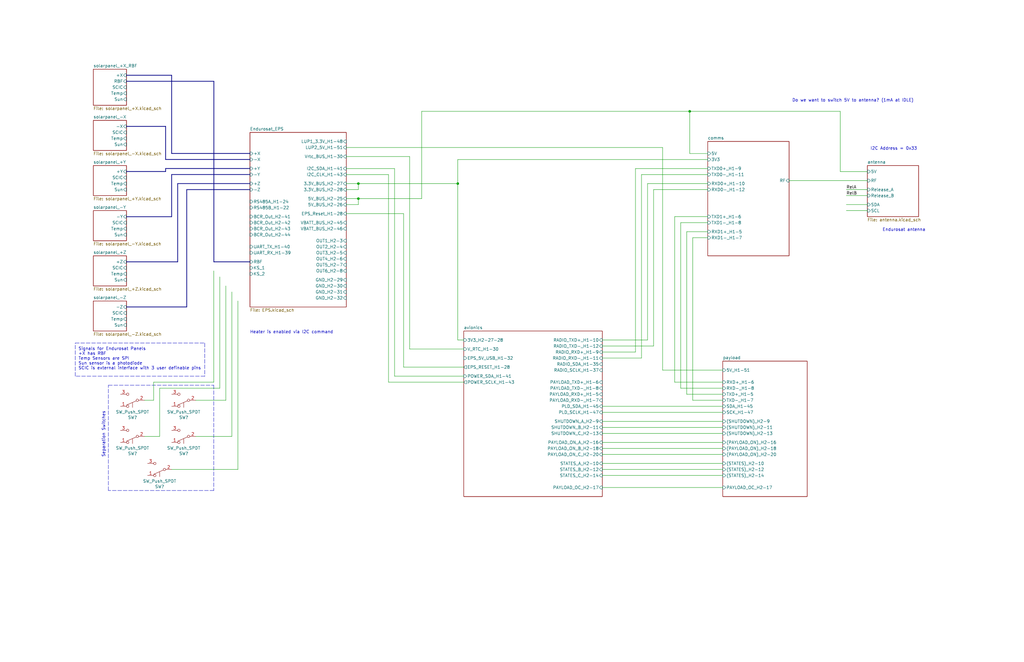
<source format=kicad_sch>
(kicad_sch (version 20211123) (generator eeschema)
  (paper "B")
  (lib_symbols
    (symbol "Switch:SW_Push_SPDT" (pin_names (offset 0) hide)
      (property "Reference" "SW" (at 0 4.318 0))
      (property "Value" "SW_Push_SPDT" (at 0 -5.08 0))
      (symbol "SW_Push_SPDT_0_0"
        (circle (center -2.032 0) (radius 0.508))
        (polyline (pts (xy 0 1.016) (xy 0 3.048)))
        (circle (center 2.032 -2.54) (radius 0.508))
      )
      (symbol "SW_Push_SPDT_0_1"
        (polyline (pts (xy -1.524 0.254) (xy 2.54 2.032)))
        (circle (center 2.032 2.54) (radius 0.508))
      )
      (symbol "SW_Push_SPDT_1_1"
        (pin passive line (at 5.08 2.54 180) (length 2.54) (name "A") (number "1"))
        (pin passive line (at -5.08 0 0) (length 2.54) (name "B") (number "2"))
        (pin passive line (at 5.08 -2.54 180) (length 2.54) (name "C") (number "3"))
      )
    )
  )
  (junction (at 151.13 77.47))
  (junction (at 193.04 77.47))
  (junction (at 151.13 83.82))
  (junction (at 290.83 46.99))
  (wire (pts (xy 97.79 184.15) (xy 97.79 123.19)))
  (wire (pts (xy 284.48 91.44) (xy 284.48 161.29)))
  (wire (pts (xy 270.51 151.13) (xy 254 151.13)))
  (polyline (pts (xy 45.72 162.56) (xy 90.17 162.56)))
  (wire (pts (xy 90.17 161.29) (xy 90.17 114.3)))
  (wire (pts (xy 254 180.34) (xy 304.8 180.34)))
  (wire (pts (xy 254 177.8) (xy 304.8 177.8)))
  (wire (pts (xy 254 205.74) (xy 304.8 205.74)))
  (bus (pts (xy 69.85 53.34) (xy 69.85 67.31)))
  (wire (pts (xy 292.1 100.33) (xy 292.1 168.91)))
  (wire (pts (xy 254 195.58) (xy 304.8 195.58)))
  (wire (pts (xy 67.31 163.83) (xy 92.71 163.83)))
  (wire (pts (xy 356.87 86.36) (xy 365.76 86.36)))
  (bus (pts (xy 74.93 110.49) (xy 74.93 77.47)))
  (wire (pts (xy 146.05 62.23) (xy 279.4 62.23)))
  (bus (pts (xy 78.74 80.01) (xy 105.41 80.01)))
  (wire (pts (xy 151.13 80.01) (xy 151.13 77.47)))
  (wire (pts (xy 356.87 82.55) (xy 365.76 82.55)))
  (bus (pts (xy 105.41 110.49) (xy 90.17 110.49)))
  (wire (pts (xy 195.58 147.32) (xy 172.72 147.32)))
  (polyline (pts (xy 86.36 158.75) (xy 31.75 158.75)))
  (wire (pts (xy 163.83 161.29) (xy 163.83 73.66)))
  (wire (pts (xy 292.1 168.91) (xy 304.8 168.91)))
  (wire (pts (xy 193.04 77.47) (xy 193.04 143.51)))
  (wire (pts (xy 298.45 93.98) (xy 287.02 93.98)))
  (wire (pts (xy 151.13 77.47) (xy 193.04 77.47)))
  (wire (pts (xy 279.4 62.23) (xy 279.4 156.21)))
  (wire (pts (xy 195.58 143.51) (xy 193.04 143.51)))
  (polyline (pts (xy 86.36 144.78) (xy 86.36 158.75)))
  (wire (pts (xy 195.58 154.94) (xy 170.18 154.94)))
  (wire (pts (xy 100.33 198.12) (xy 100.33 127)))
  (bus (pts (xy 72.39 31.75) (xy 72.39 64.77)))
  (wire (pts (xy 177.8 46.99) (xy 290.83 46.99)))
  (wire (pts (xy 60.96 184.15) (xy 67.31 184.15)))
  (wire (pts (xy 275.59 80.01) (xy 275.59 146.05)))
  (wire (pts (xy 298.45 97.79) (xy 289.56 97.79)))
  (wire (pts (xy 298.45 77.47) (xy 273.05 77.47)))
  (wire (pts (xy 254 186.69) (xy 304.8 186.69)))
  (wire (pts (xy 193.04 67.31) (xy 193.04 77.47)))
  (wire (pts (xy 254 173.99) (xy 304.8 173.99)))
  (wire (pts (xy 254 191.77) (xy 304.8 191.77)))
  (wire (pts (xy 172.72 66.04) (xy 172.72 147.32)))
  (wire (pts (xy 356.87 80.01) (xy 365.76 80.01)))
  (wire (pts (xy 273.05 77.47) (xy 273.05 143.51)))
  (polyline (pts (xy 31.75 158.75) (xy 31.75 144.78)))
  (wire (pts (xy 354.33 46.99) (xy 354.33 72.39)))
  (wire (pts (xy 279.4 156.21) (xy 304.8 156.21)))
  (wire (pts (xy 284.48 161.29) (xy 304.8 161.29)))
  (wire (pts (xy 298.45 91.44) (xy 284.48 91.44)))
  (bus (pts (xy 53.34 31.75) (xy 72.39 31.75)))
  (wire (pts (xy 254 198.12) (xy 304.8 198.12)))
  (wire (pts (xy 151.13 83.82) (xy 177.8 83.82)))
  (wire (pts (xy 195.58 161.29) (xy 163.83 161.29)))
  (wire (pts (xy 290.83 64.77) (xy 290.83 46.99)))
  (polyline (pts (xy 31.75 144.78) (xy 86.36 144.78)))
  (wire (pts (xy 92.71 163.83) (xy 92.71 116.84)))
  (wire (pts (xy 270.51 73.66) (xy 270.51 151.13)))
  (wire (pts (xy 166.37 71.12) (xy 146.05 71.12)))
  (wire (pts (xy 82.55 168.91) (xy 95.25 168.91)))
  (bus (pts (xy 53.34 110.49) (xy 74.93 110.49)))
  (bus (pts (xy 74.93 77.47) (xy 105.41 77.47)))
  (wire (pts (xy 146.05 90.17) (xy 170.18 90.17)))
  (wire (pts (xy 356.87 88.9) (xy 365.76 88.9)))
  (bus (pts (xy 69.85 67.31) (xy 105.41 67.31)))
  (polyline (pts (xy 45.72 207.01) (xy 45.72 162.56)))
  (bus (pts (xy 69.85 72.39) (xy 69.85 71.12)))
  (wire (pts (xy 166.37 158.75) (xy 166.37 71.12)))
  (wire (pts (xy 287.02 163.83) (xy 304.8 163.83)))
  (wire (pts (xy 298.45 64.77) (xy 290.83 64.77)))
  (wire (pts (xy 254 189.23) (xy 304.8 189.23)))
  (wire (pts (xy 60.96 168.91) (xy 64.77 168.91)))
  (wire (pts (xy 267.97 71.12) (xy 267.97 148.59)))
  (wire (pts (xy 146.05 77.47) (xy 151.13 77.47)))
  (wire (pts (xy 298.45 73.66) (xy 270.51 73.66)))
  (bus (pts (xy 78.74 129.54) (xy 78.74 80.01)))
  (wire (pts (xy 289.56 166.37) (xy 304.8 166.37)))
  (wire (pts (xy 289.56 97.79) (xy 289.56 166.37)))
  (wire (pts (xy 172.72 66.04) (xy 146.05 66.04)))
  (wire (pts (xy 146.05 86.36) (xy 151.13 86.36)))
  (bus (pts (xy 72.39 73.66) (xy 72.39 91.44)))
  (wire (pts (xy 298.45 67.31) (xy 193.04 67.31)))
  (bus (pts (xy 53.34 91.44) (xy 72.39 91.44)))
  (wire (pts (xy 298.45 100.33) (xy 292.1 100.33)))
  (wire (pts (xy 275.59 146.05) (xy 254 146.05)))
  (wire (pts (xy 82.55 184.15) (xy 97.79 184.15)))
  (wire (pts (xy 72.39 198.12) (xy 100.33 198.12)))
  (wire (pts (xy 146.05 83.82) (xy 151.13 83.82)))
  (wire (pts (xy 298.45 71.12) (xy 267.97 71.12)))
  (bus (pts (xy 72.39 64.77) (xy 105.41 64.77)))
  (wire (pts (xy 95.25 168.91) (xy 95.25 120.65)))
  (wire (pts (xy 354.33 72.39) (xy 365.76 72.39)))
  (wire (pts (xy 170.18 154.94) (xy 170.18 90.17)))
  (wire (pts (xy 254 182.88) (xy 304.8 182.88)))
  (bus (pts (xy 90.17 34.29) (xy 90.17 110.49)))
  (wire (pts (xy 298.45 80.01) (xy 275.59 80.01)))
  (bus (pts (xy 53.34 129.54) (xy 78.74 129.54)))
  (bus (pts (xy 105.41 73.66) (xy 72.39 73.66)))
  (wire (pts (xy 195.58 158.75) (xy 166.37 158.75)))
  (wire (pts (xy 146.05 80.01) (xy 151.13 80.01)))
  (polyline (pts (xy 90.17 207.01) (xy 45.72 207.01)))
  (bus (pts (xy 69.85 71.12) (xy 105.41 71.12)))
  (wire (pts (xy 267.97 148.59) (xy 254 148.59)))
  (bus (pts (xy 53.34 53.34) (xy 69.85 53.34)))
  (wire (pts (xy 67.31 184.15) (xy 67.31 163.83)))
  (wire (pts (xy 177.8 46.99) (xy 177.8 83.82)))
  (bus (pts (xy 53.34 72.39) (xy 69.85 72.39)))
  (polyline (pts (xy 90.17 162.56) (xy 90.17 207.01)))
  (wire (pts (xy 290.83 46.99) (xy 354.33 46.99)))
  (wire (pts (xy 151.13 86.36) (xy 151.13 83.82)))
  (wire (pts (xy 163.83 73.66) (xy 146.05 73.66)))
  (wire (pts (xy 273.05 143.51) (xy 254 143.51)))
  (wire (pts (xy 287.02 93.98) (xy 287.02 163.83)))
  (wire (pts (xy 332.74 76.2) (xy 365.76 76.2)))
  (wire (pts (xy 64.77 168.91) (xy 64.77 161.29)))
  (wire (pts (xy 254 171.45) (xy 304.8 171.45)))
  (wire (pts (xy 64.77 161.29) (xy 90.17 161.29)))
  (wire (pts (xy 254 200.66) (xy 304.8 200.66)))
  (bus (pts (xy 53.34 34.29) (xy 90.17 34.29)))
  (text "Heater is enabled via I2C command\n" (at 105.41 140.97 0) (effects (font (size 1.27 1.27)) (justify left bottom)))
  (text "Do we want to switch 5V to antenna? (1mA at IDLE)" (at 334.01 43.18 0) (effects (font (size 1.27 1.27)) (justify left bottom)))
  (text "Separation Switches" (at 44.45 193.04 90) (effects (font (size 1.27 1.27)) (justify left bottom)))
  (text "I2C Address = 0x33" (at 367.03 63.5 0) (effects (font (size 1.27 1.27)) (justify left bottom)))
  (text "Signals for Endurosat Panels\n+X has RBF\nTemp Sensors are SPI\nSun sensor is a photodiode\nSCIC is external interface with 3 user definable pins" (at 33.02 156.21 0) (effects (font (size 1.27 1.27)) (justify left bottom)))
  (text "Endurosat antenna" (at 372.11 97.79 0) (effects (font (size 1.27 1.27)) (justify left bottom)))
  (label "RelA" (at 356.87 80.01 0))
  (label "RelB" (at 356.87 82.55 0))
  (symbol (lib_id "Switch:SW_Push_SPDT") (at 55.88 168.91 180) (unit 1)
    (property "Reference" "SW?" (at 55.88 176.149 0))
    (property "Value" "SW_Push_SPDT" (at 55.88 173.8376 0))
  )
  (symbol (lib_id "Switch:SW_Push_SPDT") (at 77.47 168.91 180) (unit 1)
    (property "Reference" "SW?" (at 77.47 176.149 0))
    (property "Value" "SW_Push_SPDT" (at 77.47 173.8376 0))
  )
  (symbol (lib_id "Switch:SW_Push_SPDT") (at 55.88 184.15 180) (unit 1)
    (property "Reference" "SW?" (at 55.88 191.389 0))
    (property "Value" "SW_Push_SPDT" (at 55.88 189.0776 0))
  )
  (symbol (lib_id "Switch:SW_Push_SPDT") (at 77.47 184.15 180) (unit 1)
    (property "Reference" "SW?" (at 77.47 191.389 0))
    (property "Value" "SW_Push_SPDT" (at 77.47 189.0776 0))
  )
  (symbol (lib_id "Switch:SW_Push_SPDT") (at 67.31 198.12 180) (unit 1)
    (property "Reference" "SW?" (at 67.31 205.359 0))
    (property "Value" "SW_Push_SPDT" (at 67.31 203.0476 0))
  )
  (sheet (at 365.76 69.85) (size 21.59 21.59)
    (property "Sheet name" "antenna" (at 365.76 69.1384 0) (effects (justify left bottom)))
    (property "Sheet file" "antenna.kicad_sch" (at 365.76 92.0246 0) (effects (justify left top)))
    (pin "Release_A" input (at 365.76 80.01 180))
    (pin "Release_B" input (at 365.76 82.55 180))
    (pin "RF" input (at 365.76 76.2 180))
    (pin "5V" input (at 365.76 72.39 180))
    (pin "SDA" input (at 365.76 86.36 180))
    (pin "SCL" input (at 365.76 88.9 180))
  )
  (sheet (at 39.37 29.21) (size 13.97 15.24)
    (property "Sheet name" "solarpanel_+X_RBF" (at 39.37 28.4984 0) (effects (justify left bottom)))
    (property "Sheet file" "solarpanel_+X.kicad_sch" (at 39.37 45.0346 0) (effects (justify left top)))
    (pin "+X" input (at 53.34 31.75 0))
    (pin "RBF" input (at 53.34 34.29 0))
    (pin "SCIC" input (at 53.34 36.83 0))
    (pin "Temp" input (at 53.34 39.37 0))
    (pin "Sun" input (at 53.34 41.91 0))
  )
  (sheet (at 39.37 50.8) (size 13.97 12.7)
    (property "Sheet name" "solarpanel_-X" (at 39.37 50.0884 0) (effects (justify left bottom)))
    (property "Sheet file" "solarpanel_-X.kicad_sch" (at 39.37 64.0846 0) (effects (justify left top)))
    (pin "-X" input (at 53.34 53.34 0))
    (pin "SCIC" input (at 53.34 55.88 0))
    (pin "Temp" input (at 53.34 58.42 0))
    (pin "Sun" input (at 53.34 60.96 0))
  )
  (sheet (at 39.37 69.85) (size 13.97 12.7)
    (property "Sheet name" "solarpanel_+Y" (at 39.37 69.1384 0) (effects (justify left bottom)))
    (property "Sheet file" "solarpanel_+Y.kicad_sch" (at 39.37 83.1346 0) (effects (justify left top)))
    (pin "+Y" input (at 53.34 72.39 0))
    (pin "SCIC" input (at 53.34 74.93 0))
    (pin "Temp" input (at 53.34 77.47 0))
    (pin "Sun" input (at 53.34 80.01 0))
  )
  (sheet (at 39.37 88.9) (size 13.97 12.7)
    (property "Sheet name" "solarpanel_-Y" (at 39.37 88.1884 0) (effects (justify left bottom)))
    (property "Sheet file" "solarpanel_-Y.kicad_sch" (at 39.37 102.1846 0) (effects (justify left top)))
    (pin "-Y" input (at 53.34 91.44 0))
    (pin "SCIC" input (at 53.34 93.98 0))
    (pin "Temp" input (at 53.34 96.52 0))
    (pin "Sun" input (at 53.34 99.06 0))
  )
  (sheet (at 39.37 127) (size 13.97 12.7)
    (property "Sheet name" "solarpanel_-Z" (at 39.37 126.2884 0) (effects (justify left bottom)))
    (property "Sheet file" "solarpanel_-Z.kicad_sch" (at 39.37 140.2846 0) (effects (justify left top)))
    (pin "-Z" input (at 53.34 129.54 0))
    (pin "SCIC" input (at 53.34 132.08 0))
    (pin "Temp" input (at 53.34 134.62 0))
    (pin "Sun" input (at 53.34 137.16 0))
  )
  (sheet (at 39.37 107.95) (size 13.97 12.7)
    (property "Sheet name" "solarpanel_+Z" (at 39.37 107.2384 0) (effects (justify left bottom)))
    (property "Sheet file" "solarpanel_+Z.kicad_sch" (at 39.37 121.2346 0) (effects (justify left top)))
    (pin "+Z" input (at 53.34 110.49 0))
    (pin "SCIC" input (at 53.34 113.03 0))
    (pin "Temp" input (at 53.34 115.57 0))
    (pin "Sun" input (at 53.34 118.11 0))
  )
  (sheet (at 298.45 59.69) (size 34.29 48.26) (stroke (width 0.1524))
    (property "Sheet name" "comms" (at 298.45 58.9784 0) (effects (justify left bottom)))
    (property "Sheet file" "Comms_Board/SilverSat_Comms/SilverSat_Comms.kicad_sch" (effects hide))
    (pin "RF" input (at 332.74 76.2 0))
    (pin "3V3" input (at 298.45 67.31 180))
    (pin "5V" input (at 298.45 64.77 180))
    (pin "TXD1+_H1-6" input (at 298.45 91.44 180))
    (pin "RXD1+_H1-5" input (at 298.45 97.79 180))
    (pin "TXD1-_H1-8" input (at 298.45 93.98 180))
    (pin "RXD1-_H1-7" input (at 298.45 100.33 180))
    (pin "TXD0-_H1-11" input (at 298.45 73.66 180))
    (pin "TXD0+_H1-9" input (at 298.45 71.12 180))
    (pin "RXD0+_H1-10" input (at 298.45 77.47 180))
    (pin "RXD0-_H1-12" input (at 298.45 80.01 180))
  )
  (sheet (at 304.8 152.4) (size 35.56 57.15) (stroke (width 0.1524))
    (property "Sheet name" "payload" (at 304.8 151.6884 0) (effects (justify left bottom)))
    (property "Sheet file" "Payload Board/Payload Board.kicad_sch" (effects hide))
    (pin "(PAYLOAD_ON)_H2-20" input (at 304.8 191.77 180))
    (pin "(PAYLOAD_ON)_H2-16" input (at 304.8 186.69 180))
    (pin "(PAYLOAD_ON)_H2-18" input (at 304.8 189.23 180))
    (pin "5V_H1-51" input (at 304.8 156.21 180))
    (pin "SDA_H1-45" input (at 304.8 171.45 180))
    (pin "SCK_H1-47" input (at 304.8 173.99 180))
    (pin "(SHUTDOWN)_H2-13" input (at 304.8 182.88 180))
    (pin "(SHUTDOWN)_H2-11" input (at 304.8 180.34 180))
    (pin "(SHUTDOWN)_H2-9" input (at 304.8 177.8 180))
    (pin "(STATES)_H2-10" input (at 304.8 195.58 180))
    (pin "(STATES)_H2-12" input (at 304.8 198.12 180))
    (pin "(STATES)_H2-14" input (at 304.8 200.66 180))
    (pin "PAYLOAD_OC_H2-17" input (at 304.8 205.74 180))
    (pin "RXD+_H1-6" input (at 304.8 161.29 180))
    (pin "RXD-_H1-8" input (at 304.8 163.83 180))
    (pin "TXD+_H1-5" input (at 304.8 166.37 180))
    (pin "TXD-_H1-7" input (at 304.8 168.91 180))
  )
  (sheet (at 105.41 55.88) (size 40.64 73.66) (stroke (width 0.1524))
    (property "Sheet name" "Endurosat_EPS" (at 105.41 55.1684 0) (effects (justify left bottom)))
    (property "Sheet file" "EPS.kicad_sch" (at 105.41 130.1246 0) (effects (justify left top)))
    (pin "GND_H2-30" input (at 146.05 120.65 0))
    (pin "GND_H2-31" input (at 146.05 123.19 0))
    (pin "GND_H2-32" input (at 146.05 125.73 0))
    (pin "GND_H2-29" input (at 146.05 118.11 0))
    (pin "BCR_Out_H2-41" input (at 105.41 91.44 180))
    (pin "RS485A_H1-24" input (at 105.41 85.09 180))
    (pin "EPS_Reset_H1-28" input (at 146.05 90.17 0))
    (pin "Vrtc_BUS_H1-30" input (at 146.05 66.04 0))
    (pin "RS485B_H1-22" input (at 105.41 87.63 180))
    (pin "UART_TX_H1-40" input (at 105.41 104.14 180))
    (pin "UART_RX_H1-39" input (at 105.41 106.68 180))
    (pin "I2C_SDA_H1-41" input (at 146.05 71.12 0))
    (pin "I2C_CLK_H1-43" input (at 146.05 73.66 0))
    (pin "LUP1_3.3V_H1-48" input (at 146.05 59.69 0))
    (pin "LUP2_5V_H1-51" input (at 146.05 62.23 0))
    (pin "OUT1_H2-3" input (at 146.05 101.6 0))
    (pin "OUT2_H2-4" input (at 146.05 104.14 0))
    (pin "OUT3_H2-5" input (at 146.05 106.68 0))
    (pin "OUT4_H2-6" input (at 146.05 109.22 0))
    (pin "OUT5_H2-7" input (at 146.05 111.76 0))
    (pin "OUT6_H2-8" input (at 146.05 114.3 0))
    (pin "5V_BUS_H2-25" input (at 146.05 83.82 0))
    (pin "5V_BUS_H2-26" input (at 146.05 86.36 0))
    (pin "3.3V_BUS_H2-27" input (at 146.05 77.47 0))
    (pin "3.3V_BUS_H2-28" input (at 146.05 80.01 0))
    (pin "-X" input (at 105.41 67.31 180))
    (pin "-Z" input (at 105.41 80.01 180))
    (pin "+Y" input (at 105.41 71.12 180))
    (pin "-Y" input (at 105.41 73.66 180))
    (pin "+X" input (at 105.41 64.77 180))
    (pin "KS_1" input (at 105.41 113.03 180))
    (pin "KS_2" input (at 105.41 115.57 180))
    (pin "RBF" input (at 105.41 110.49 180))
    (pin "+Z" input (at 105.41 77.47 180))
    (pin "BCR_Out_H2-42" input (at 105.41 93.98 180))
    (pin "BCR_Out_H2-43" input (at 105.41 96.52 180))
    (pin "BCR_Out_H2-44" input (at 105.41 99.06 180))
    (pin "VBATT_BUS_H2-45" input (at 146.05 93.98 0))
    (pin "VBATT_BUS_H2-46" input (at 146.05 96.52 0))
  )
  (sheet (at 195.58 139.7) (size 58.42 69.85) (stroke (width 0.1524))
    (property "Sheet name" "avionics" (at 195.58 138.9884 0) (effects (justify left bottom)))
    (property "Sheet file" "Avionics_Board/Avionics_Board.kicad_sch" (effects hide))
    (pin "SHUTDOWN_C_H2-13" input (at 254 182.88 0))
    (pin "SHUTDOWN_A_H2-9" input (at 254 177.8 0))
    (pin "SHUTDOWN_B_H2-11" input (at 254 180.34 0))
    (pin "PAYLOAD_OC_H2-17" input (at 254 205.74 0))
    (pin "RADIO_RXD+_H1-9" input (at 254 148.59 0))
    (pin "PAYLOAD_RXD+_H1-5" input (at 254 166.37 0))
    (pin "PAYLOAD_RXD-_H1-7" input (at 254 168.91 0))
    (pin "RADIO_RXD-_H1-11" input (at 254 151.13 0))
    (pin "PLD_SDA_H1-45" input (at 254 171.45 0))
    (pin "PLD_SCLK_H1-47" input (at 254 173.99 0))
    (pin "RADIO_SDA_H1-35" input (at 254 153.67 0))
    (pin "RADIO_SCLK_H1-37" input (at 254 156.21 0))
    (pin "POWER_SDA_H1-41" input (at 195.58 158.75 180))
    (pin "POWER_SCLK_H1-43" output (at 195.58 161.29 180))
    (pin "3V3_H2-27-28" input (at 195.58 143.51 180))
    (pin "STATES_B_H2-12" input (at 254 198.12 0))
    (pin "STATES_C_H2-14" input (at 254 200.66 0))
    (pin "PAYLOAD_ON_A_H2-16" input (at 254 186.69 0))
    (pin "PAYLOAD_ON_B_H2-18" input (at 254 189.23 0))
    (pin "PAYLOAD_ON_C_H2-20" input (at 254 191.77 0))
    (pin "STATES_A_H2-10" input (at 254 195.58 0))
    (pin "V_RTC_H1-30" input (at 195.58 147.32 180))
    (pin "PAYLOAD_TXD+_H1-6" input (at 254 161.29 0))
    (pin "PAYLOAD_TXD-_H1-8" input (at 254 163.83 0))
    (pin "RADIO_TXD+_H1-10" input (at 254 143.51 0))
    (pin "EPS_RESET_H1-28" output (at 195.58 154.94 180))
    (pin "EPS_5V_USB_H1-32" input (at 195.58 151.13 180))
    (pin "RADIO_TXD-_H1-12" input (at 254 146.05 0))
  )
)
</source>
